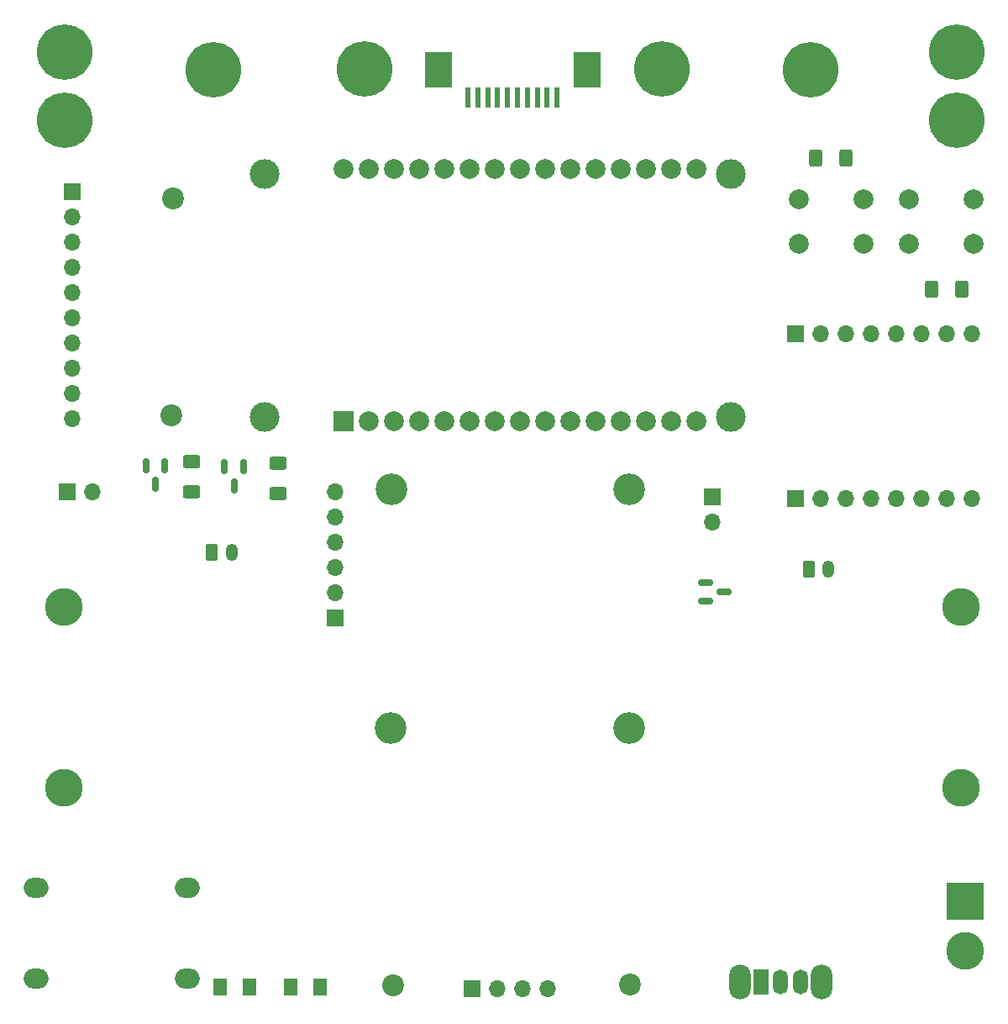
<source format=gts>
G04 #@! TF.GenerationSoftware,KiCad,Pcbnew,7.0.5*
G04 #@! TF.CreationDate,2023-08-03T15:05:36+02:00*
G04 #@! TF.ProjectId,Siguelineas,53696775-656c-4696-9e65-61732e6b6963,rev?*
G04 #@! TF.SameCoordinates,Original*
G04 #@! TF.FileFunction,Soldermask,Top*
G04 #@! TF.FilePolarity,Negative*
%FSLAX46Y46*%
G04 Gerber Fmt 4.6, Leading zero omitted, Abs format (unit mm)*
G04 Created by KiCad (PCBNEW 7.0.5) date 2023-08-03 15:05:36*
%MOMM*%
%LPD*%
G01*
G04 APERTURE LIST*
G04 Aperture macros list*
%AMRoundRect*
0 Rectangle with rounded corners*
0 $1 Rounding radius*
0 $2 $3 $4 $5 $6 $7 $8 $9 X,Y pos of 4 corners*
0 Add a 4 corners polygon primitive as box body*
4,1,4,$2,$3,$4,$5,$6,$7,$8,$9,$2,$3,0*
0 Add four circle primitives for the rounded corners*
1,1,$1+$1,$2,$3*
1,1,$1+$1,$4,$5*
1,1,$1+$1,$6,$7*
1,1,$1+$1,$8,$9*
0 Add four rect primitives between the rounded corners*
20,1,$1+$1,$2,$3,$4,$5,0*
20,1,$1+$1,$4,$5,$6,$7,0*
20,1,$1+$1,$6,$7,$8,$9,0*
20,1,$1+$1,$8,$9,$2,$3,0*%
G04 Aperture macros list end*
%ADD10C,3.000000*%
%ADD11R,2.000000X2.000000*%
%ADD12C,2.000000*%
%ADD13C,3.800000*%
%ADD14R,1.700000X1.700000*%
%ADD15O,1.700000X1.700000*%
%ADD16RoundRect,0.150000X-0.150000X0.587500X-0.150000X-0.587500X0.150000X-0.587500X0.150000X0.587500X0*%
%ADD17C,3.200000*%
%ADD18C,5.600000*%
%ADD19RoundRect,0.250000X-0.625000X0.400000X-0.625000X-0.400000X0.625000X-0.400000X0.625000X0.400000X0*%
%ADD20RoundRect,0.250001X-0.462499X-0.624999X0.462499X-0.624999X0.462499X0.624999X-0.462499X0.624999X0*%
%ADD21RoundRect,0.150000X-0.587500X-0.150000X0.587500X-0.150000X0.587500X0.150000X-0.587500X0.150000X0*%
%ADD22O,2.200000X3.500000*%
%ADD23R,1.500000X2.500000*%
%ADD24O,1.500000X2.500000*%
%ADD25RoundRect,0.250000X0.400000X0.625000X-0.400000X0.625000X-0.400000X-0.625000X0.400000X-0.625000X0*%
%ADD26C,2.200000*%
%ADD27RoundRect,0.250000X-0.350000X-0.625000X0.350000X-0.625000X0.350000X0.625000X-0.350000X0.625000X0*%
%ADD28O,1.200000X1.750000*%
%ADD29R,0.610000X2.000000*%
%ADD30R,2.680000X3.600000*%
%ADD31RoundRect,0.250000X-0.400000X-0.625000X0.400000X-0.625000X0.400000X0.625000X-0.400000X0.625000X0*%
%ADD32O,2.500000X2.000000*%
%ADD33R,3.800000X3.800000*%
G04 APERTURE END LIST*
D10*
X119470800Y-82753200D03*
X166420800Y-82753200D03*
X119470800Y-58243200D03*
X166420800Y-58243200D03*
D11*
X127430800Y-83173200D03*
D12*
X129970800Y-83173200D03*
X132510800Y-83173200D03*
X135050800Y-83173200D03*
X137590800Y-83173200D03*
X140130800Y-83173200D03*
X142670800Y-83173200D03*
X145210800Y-83173200D03*
X147750800Y-83173200D03*
X150290800Y-83173200D03*
X152830800Y-83173200D03*
X155370800Y-83173200D03*
X157910800Y-83173200D03*
X160450800Y-83173200D03*
X162990800Y-83173200D03*
X162990800Y-57773200D03*
X160450800Y-57773200D03*
X157910800Y-57773200D03*
X155370800Y-57773200D03*
X152830800Y-57773200D03*
X150290800Y-57773200D03*
X147750800Y-57773200D03*
X145210800Y-57773200D03*
X142670800Y-57773200D03*
X140130800Y-57773200D03*
X137590800Y-57773200D03*
X135050800Y-57773200D03*
X132510800Y-57773200D03*
X129970800Y-57773200D03*
X127430800Y-57773200D03*
D13*
X99237800Y-120116600D03*
D14*
X100101000Y-60101000D03*
D15*
X100101000Y-62641000D03*
X100101000Y-65181000D03*
X100101000Y-67721000D03*
X100101000Y-70261000D03*
X100101000Y-72801000D03*
X100101000Y-75341000D03*
X100101000Y-77881000D03*
X100101000Y-80421000D03*
X100101000Y-82961000D03*
D16*
X117332800Y-87787000D03*
X115432800Y-87787000D03*
X116382800Y-89662000D03*
D17*
X132207000Y-114071400D03*
D18*
X129540000Y-47701200D03*
D17*
X156210000Y-114071400D03*
D18*
X189230000Y-45974000D03*
D14*
X126542800Y-103022400D03*
D15*
X126542800Y-100482400D03*
X126542800Y-97942400D03*
X126542800Y-95402400D03*
X126542800Y-92862400D03*
X126542800Y-90322400D03*
D19*
X120853200Y-90474800D03*
X120853200Y-87374800D03*
D17*
X156210000Y-90017600D03*
D13*
X189661800Y-101879400D03*
X99212400Y-101879400D03*
D20*
X122058100Y-140157200D03*
X125033100Y-140157200D03*
D21*
X163880800Y-99420600D03*
X163880800Y-101320600D03*
X165755800Y-100370600D03*
D13*
X189687200Y-120116600D03*
D22*
X167386000Y-139674600D03*
X175586000Y-139674600D03*
D23*
X169486000Y-139674600D03*
D24*
X171486000Y-139674600D03*
X173486000Y-139674600D03*
D25*
X178080000Y-56642000D03*
X174980000Y-56642000D03*
D26*
X110083600Y-82550000D03*
D27*
X174294800Y-98044000D03*
D28*
X176294800Y-98044000D03*
D14*
X172974000Y-90932000D03*
D15*
X175514000Y-90932000D03*
X178054000Y-90932000D03*
X180594000Y-90932000D03*
X183134000Y-90932000D03*
X185674000Y-90932000D03*
X188214000Y-90932000D03*
X190754000Y-90932000D03*
D18*
X114300000Y-47752000D03*
D26*
X156286200Y-139928600D03*
D18*
X189230000Y-52832000D03*
D20*
X114971500Y-140157200D03*
X117946500Y-140157200D03*
D14*
X99542600Y-90297000D03*
D15*
X102082600Y-90297000D03*
D26*
X132461000Y-139979400D03*
D14*
X172999400Y-74396600D03*
D15*
X175539400Y-74396600D03*
X178079400Y-74396600D03*
X180619400Y-74396600D03*
X183159400Y-74396600D03*
X185699400Y-74396600D03*
X188239400Y-74396600D03*
X190779400Y-74396600D03*
D18*
X99314000Y-45974000D03*
D16*
X109408000Y-87685400D03*
X107508000Y-87685400D03*
X108458000Y-89560400D03*
D18*
X159512000Y-47701200D03*
D27*
X114128800Y-96367600D03*
D28*
X116128800Y-96367600D03*
D29*
X148949800Y-50563800D03*
X147949800Y-50563800D03*
X146949800Y-50563800D03*
X145949800Y-50563800D03*
X144949800Y-50563800D03*
X143949800Y-50563800D03*
X142949800Y-50563800D03*
X141949800Y-50563800D03*
X140949800Y-50563800D03*
X139949800Y-50563800D03*
D30*
X151939800Y-47763800D03*
X136959800Y-47763800D03*
D14*
X164617400Y-90830400D03*
D15*
X164617400Y-93370400D03*
D31*
X186664000Y-69850000D03*
X189764000Y-69850000D03*
D14*
X140411200Y-140335000D03*
D15*
X142951200Y-140335000D03*
X145491200Y-140335000D03*
X148031200Y-140335000D03*
D12*
X173330800Y-60818200D03*
X179830800Y-60818200D03*
X173330800Y-65318200D03*
X179830800Y-65318200D03*
X190930600Y-65343600D03*
X184430600Y-65343600D03*
X190930600Y-60843600D03*
X184430600Y-60843600D03*
D18*
X174498000Y-47752000D03*
D32*
X96469200Y-130151600D03*
X96469200Y-139291600D03*
X111709200Y-130151600D03*
X111709200Y-139291600D03*
D17*
X132257800Y-90068400D03*
D26*
X110236000Y-60756800D03*
D13*
X190042800Y-136550400D03*
D33*
X190042800Y-131550400D03*
D18*
X99314000Y-52832000D03*
D19*
X112115600Y-87222400D03*
X112115600Y-90322400D03*
M02*

</source>
